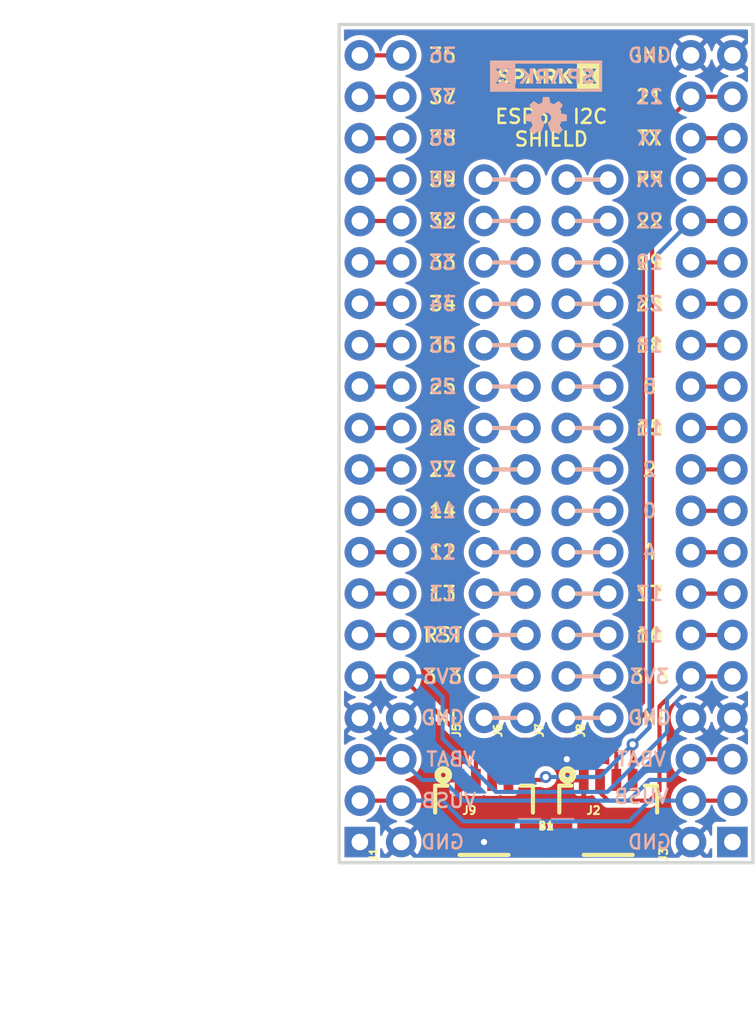
<source format=kicad_pcb>
(kicad_pcb (version 20211014) (generator pcbnew)
  (layers (0 "F.Cu" signal) (1 "In1.Cu" signal) (2 "In2.Cu" signal) (3 "In3.Cu" signal) (4 "In4.Cu" signal) (5 "In5.Cu" signal) (6 "In6.Cu" signal) (7 "In7.Cu" signal) (8 "In8.Cu" signal) (9 "In9.Cu" signal) (10 "In10.Cu" signal) (11 "In11.Cu" signal) (12 "In12.Cu" signal) (13 "In13.Cu" signal) (14 "In14.Cu" signal) (31 "B.Cu" signal) (34 "B.Paste" user) (35 "F.Paste" user) (36 "B.SilkS" user "B.Silkscreen") (37 "F.SilkS" user "F.Silkscreen") (38 "B.Mask" user) (39 "F.Mask" user) (44 "Edge.Cuts" user))
  (net 0 "")
  (net 1 "SCL")
  (net 2 "SDA")
  (net 3 "GND")
  (net 4 "3.3V")
  (net 5 "VUSB")
  (net 6 "RST")
  (net 7 "13")
  (net 8 "12")
  (net 9 "14")
  (net 10 "27")
  (net 11 "26")
  (net 12 "25")
  (net 13 "35")
  (net 14 "34")
  (net 15 "33")
  (net 16 "32")
  (net 17 "39")
  (net 18 "38")
  (net 19 "37")
  (net 20 "36")
  (net 21 "VBAT")
  (net 22 "16")
  (net 23 "17")
  (net 24 "4")
  (net 25 "0")
  (net 26 "2")
  (net 27 "15")
  (net 28 "5")
  (net 29 "SCK")
  (net 30 "MOSI")
  (net 31 "MISO")
  (net 32 "RX")
  (net 33 "TX")
  (net 34 "N$1")
  (net 35 "N$2")
  (net 36 "N$3")
  (net 37 "N$4")
  (net 38 "N$5")
  (net 39 "N$6")
  (net 40 "N$7")
  (net 41 "N$8")
  (net 42 "N$9")
  (net 43 "N$10")
  (net 44 "N$11")
  (net 45 "N$12")
  (net 46 "N$13")
  (net 47 "N$14")
  (net 48 "N$15")
  (net 49 "N$17")
  (net 50 "N$18")
  (net 51 "N$19")
  (net 52 "N$20")
  (net 53 "N$21")
  (net 54 "N$22")
  (net 55 "N$23")
  (net 56 "N$24")
  (net 57 "N$25")
  (net 58 "N$57")
  (net 59 "N$58")
  (net 60 "N$59")
  (net 61 "N$60")
  (footprint "eagleBoard:1X04_1MM_RA" (layer "F.Cu") (at 144.69735 125.6361)
    (fp_text reference "J9" (at -1.397 2.159) (layer "F.SilkS") (effects (font (size 0.48768 0.48768) (thickness 0.12192)) (justify left bottom)))
    (fp_text value "")
    (pad "1" smd rect (at -1.5 0) (size 0.6 1.35) (layers "F.Cu" "F.Paste" "F.Mask") (net 3 "GND"))
    (pad "2" smd rect (at -0.5 0) (size 0.6 1.35) (layers "F.Cu" "F.Paste" "F.Mask") (net 4 "3.3V"))
    (pad "3" smd rect (at 0.5 0) (size 0.6 1.35) (layers "F.Cu" "F.Paste" "F.Mask") (net 2 "SDA"))
    (pad "4" smd rect (at 1.5 0) (size 0.6 1.35) (layers "F.Cu" "F.Paste" "F.Mask") (net 1 "SCL"))
    (pad "NC1" smd rect (at 2.8 3.675) (size 1.2 2) (layers "F.Cu" "F.Paste" "F.Mask"))
    (pad "NC2" smd rect (at -2.8 3.675) (size 1.2 2) (layers "F.Cu" "F.Paste" "F.Mask"))
  )
  (footprint "eagleBoard:DUMMY" (layer "F.Cu") (at 128.18735 139.6061)
    (fp_text reference "FRAME1" hide)
    (fp_text value "FRAME-LETTERNO_PACKAGE" hide)
  )
  (footprint "eagleBoard:SPARKX-SMALL" (layer "F.Cu") (at 148.50735 82.4561)
    (fp_text reference "U$1" hide)
    (fp_text value "SPARKX-LOGO3" hide)
  )
  (footprint "eagleBoard:1X14_NO_SILK" (layer "F.Cu") (at 152.31735 121.8261 90)
    (fp_text reference "J8" (at -1.27 -1.397 90) (layer "F.SilkS") (effects (font (size 0.48768 0.48768) (thickness 0.12192)) (justify left bottom)))
    (fp_text value "")
    (pad "1" thru_hole circle (at 0 0 180) (size 1.8796 1.8796) (drill 1.016) (layers *.Cu *.Mask) (net 34 "N$1"))
    (pad "2" thru_hole circle (at 2.54 0 180) (size 1.8796 1.8796) (drill 1.016) (layers *.Cu *.Mask) (net 35 "N$2"))
    (pad "3" thru_hole circle (at 5.08 0 180) (size 1.8796 1.8796) (drill 1.016) (layers *.Cu *.Mask) (net 36 "N$3"))
    (pad "4" thru_hole circle (at 7.62 0 180) (size 1.8796 1.8796) (drill 1.016) (layers *.Cu *.Mask) (net 37 "N$4"))
    (pad "5" thru_hole circle (at 10.16 0 180) (size 1.8796 1.8796) (drill 1.016) (layers *.Cu *.Mask) (net 38 "N$5"))
    (pad "6" thru_hole circle (at 12.7 0 180) (size 1.8796 1.8796) (drill 1.016) (layers *.Cu *.Mask) (net 39 "N$6"))
    (pad "7" thru_hole circle (at 15.24 0 180) (size 1.8796 1.8796) (drill 1.016) (layers *.Cu *.Mask) (net 40 "N$7"))
    (pad "8" thru_hole circle (at 17.78 0 180) (size 1.8796 1.8796) (drill 1.016) (layers *.Cu *.Mask) (net 41 "N$8"))
    (pad "9" thru_hole circle (at 20.32 0 180) (size 1.8796 1.8796) (drill 1.016) (layers *.Cu *.Mask) (net 42 "N$9"))
    (pad "10" thru_hole circle (at 22.86 0 180) (size 1.8796 1.8796) (drill 1.016) (layers *.Cu *.Mask) (net 43 "N$10"))
    (pad "11" thru_hole circle (at 25.4 0 180) (size 1.8796 1.8796) (drill 1.016) (layers *.Cu *.Mask) (net 44 "N$11"))
    (pad "12" thru_hole circle (at 27.94 0 180) (size 1.8796 1.8796) (drill 1.016) (layers *.Cu *.Mask) (net 45 "N$12"))
    (pad "13" thru_hole circle (at 30.48 0 180) (size 1.8796 1.8796) (drill 1.016) (layers *.Cu *.Mask) (net 46 "N$13"))
    (pad "14" thru_hole circle (at 33.02 0 180) (size 1.8796 1.8796) (drill 1.016) (layers *.Cu *.Mask) (net 47 "N$14"))
  )
  (footprint "eagleBoard:1X20_NOSILK" (layer "F.Cu") (at 157.39735 129.4461 90)
    (fp_text reference "J3" (at -1.27 -1.397 90) (layer "F.SilkS") (effects (font (size 0.48768 0.48768) (thickness 0.12192)) (justify left bottom)))
    (fp_text value "")
    (pad "1" thru_hole circle (at 0 0 180) (size 1.8796 1.8796) (drill 1.016) (layers *.Cu *.Mask) (net 3 "GND"))
    (pad "2" thru_hole circle (at 2.54 0 180) (size 1.8796 1.8796) (drill 1.016) (layers *.Cu *.Mask) (net 5 "VUSB"))
    (pad "3" thru_hole circle (at 5.08 0 180) (size 1.8796 1.8796) (drill 1.016) (layers *.Cu *.Mask) (net 21 "VBAT"))
    (pad "4" thru_hole circle (at 7.62 0 180) (size 1.8796 1.8796) (drill 1.016) (layers *.Cu *.Mask) (net 3 "GND"))
    (pad "5" thru_hole circle (at 10.16 0 180) (size 1.8796 1.8796) (drill 1.016) (layers *.Cu *.Mask) (net 4 "3.3V"))
    (pad "6" thru_hole circle (at 12.7 0 180) (size 1.8796 1.8796) (drill 1.016) (layers *.Cu *.Mask) (net 22 "16"))
    (pad "7" thru_hole circle (at 15.24 0 180) (size 1.8796 1.8796) (drill 1.016) (layers *.Cu *.Mask) (net 23 "17"))
    (pad "8" thru_hole circle (at 17.78 0 180) (size 1.8796 1.8796) (drill 1.016) (layers *.Cu *.Mask) (net 24 "4"))
    (pad "9" thru_hole circle (at 20.32 0 180) (size 1.8796 1.8796) (drill 1.016) (layers *.Cu *.Mask) (net 25 "0"))
    (pad "10" thru_hole circle (at 22.86 0 180) (size 1.8796 1.8796) (drill 1.016) (layers *.Cu *.Mask) (net 26 "2"))
    (pad "11" thru_hole circle (at 25.4 0 180) (size 1.8796 1.8796) (drill 1.016) (layers *.Cu *.Mask) (net 27 "15"))
    (pad "12" thru_hole circle (at 27.94 0 180) (size 1.8796 1.8796) (drill 1.016) (layers *.Cu *.Mask) (net 28 "5"))
    (pad "13" thru_hole circle (at 30.48 0 180) (size 1.8796 1.8796) (drill 1.016) (layers *.Cu *.Mask) (net 29 "SCK"))
    (pad "14" thru_hole circle (at 33.02 0 180) (size 1.8796 1.8796) (drill 1.016) (layers *.Cu *.Mask) (net 30 "MOSI"))
    (pad "15" thru_hole circle (at 35.56 0 180) (size 1.8796 1.8796) (drill 1.016) (layers *.Cu *.Mask) (net 31 "MISO"))
    (pad "16" thru_hole circle (at 38.1 0 180) (size 1.8796 1.8796) (drill 1.016) (layers *.Cu *.Mask) (net 1 "SCL"))
    (pad "17" thru_hole circle (at 40.64 0 180) (size 1.8796 1.8796) (drill 1.016) (layers *.Cu *.Mask) (net 32 "RX"))
    (pad "18" thru_hole circle (at 43.18 0 180) (size 1.8796 1.8796) (drill 1.016) (layers *.Cu *.Mask) (net 33 "TX"))
    (pad "19" thru_hole circle (at 45.72 0 180) (size 1.8796 1.8796) (drill 1.016) (layers *.Cu *.Mask) (net 2 "SDA"))
    (pad "20" thru_hole circle (at 48.26 0 180) (size 1.8796 1.8796) (drill 1.016) (layers *.Cu *.Mask) (net 3 "GND"))
  )
  (footprint "eagleBoard:1X14_NO_SILK" (layer "F.Cu") (at 149.77735 121.8261 90)
    (fp_text reference "J7" (at -1.27 -1.397 90) (layer "F.SilkS") (effects (font (size 0.48768 0.48768) (thickness 0.12192)) (justify left bottom)))
    (fp_text value "")
    (pad "1" thru_hole circle (at 0 0 180) (size 1.8796 1.8796) (drill 1.016) (layers *.Cu *.Mask) (net 34 "N$1"))
    (pad "2" thru_hole circle (at 2.54 0 180) (size 1.8796 1.8796) (drill 1.016) (layers *.Cu *.Mask) (net 35 "N$2"))
    (pad "3" thru_hole circle (at 5.08 0 180) (size 1.8796 1.8796) (drill 1.016) (layers *.Cu *.Mask) (net 36 "N$3"))
    (pad "4" thru_hole circle (at 7.62 0 180) (size 1.8796 1.8796) (drill 1.016) (layers *.Cu *.Mask) (net 37 "N$4"))
    (pad "5" thru_hole circle (at 10.16 0 180) (size 1.8796 1.8796) (drill 1.016) (layers *.Cu *.Mask) (net 38 "N$5"))
    (pad "6" thru_hole circle (at 12.7 0 180) (size 1.8796 1.8796) (drill 1.016) (layers *.Cu *.Mask) (net 39 "N$6"))
    (pad "7" thru_hole circle (at 15.24 0 180) (size 1.8796 1.8796) (drill 1.016) (layers *.Cu *.Mask) (net 40 "N$7"))
    (pad "8" thru_hole circle (at 17.78 0 180) (size 1.8796 1.8796) (drill 1.016) (layers *.Cu *.Mask) (net 41 "N$8"))
    (pad "9" thru_hole circle (at 20.32 0 180) (size 1.8796 1.8796) (drill 1.016) (layers *.Cu *.Mask) (net 42 "N$9"))
    (pad "10" thru_hole circle (at 22.86 0 180) (size 1.8796 1.8796) (drill 1.016) (layers *.Cu *.Mask) (net 43 "N$10"))
    (pad "11" thru_hole circle (at 25.4 0 180) (size 1.8796 1.8796) (drill 1.016) (layers *.Cu *.Mask) (net 44 "N$11"))
    (pad "12" thru_hole circle (at 27.94 0 180) (size 1.8796 1.8796) (drill 1.016) (layers *.Cu *.Mask) (net 45 "N$12"))
    (pad "13" thru_hole circle (at 30.48 0 180) (size 1.8796 1.8796) (drill 1.016) (layers *.Cu *.Mask) (net 46 "N$13"))
    (pad "14" thru_hole circle (at 33.02 0 180) (size 1.8796 1.8796) (drill 1.016) (layers *.Cu *.Mask) (net 47 "N$14"))
  )
  (footprint "eagleBoard:1X04_1MM_RA" (layer "F.Cu") (at 152.31735 125.6361)
    (fp_text reference "J2" (at -1.397 2.159) (layer "F.SilkS") (effects (font (size 0.48768 0.48768) (thickness 0.12192)) (justify left bottom)))
    (fp_text value "")
    (pad "1" smd rect (at -1.5 0) (size 0.6 1.35) (layers "F.Cu" "F.Paste" "F.Mask") (net 3 "GND"))
    (pad "2" smd rect (at -0.5 0) (size 0.6 1.35) (layers "F.Cu" "F.Paste" "F.Mask") (net 4 "3.3V"))
    (pad "3" smd rect (at 0.5 0) (size 0.6 1.35) (layers "F.Cu" "F.Paste" "F.Mask") (net 2 "SDA"))
    (pad "4" smd rect (at 1.5 0) (size 0.6 1.35) (layers "F.Cu" "F.Paste" "F.Mask") (net 1 "SCL"))
    (pad "NC1" smd rect (at 2.8 3.675) (size 1.2 2) (layers "F.Cu" "F.Paste" "F.Mask"))
    (pad "NC2" smd rect (at -2.8 3.675) (size 1.2 2) (layers "F.Cu" "F.Paste" "F.Mask"))
  )
  (footprint "eagleBoard:1X14_NO_SILK" (layer "F.Cu") (at 147.23735 121.8261 90)
    (fp_text reference "J6" (at -1.27 -1.397 90) (layer "F.SilkS") (effects (font (size 0.48768 0.48768) (thickness 0.12192)) (justify left bottom)))
    (fp_text value "")
    (pad "1" thru_hole circle (at 0 0 180) (size 1.8796 1.8796) (drill 1.016) (layers *.Cu *.Mask) (net 48 "N$15"))
    (pad "2" thru_hole circle (at 2.54 0 180) (size 1.8796 1.8796) (drill 1.016) (layers *.Cu *.Mask) (net 49 "N$17"))
    (pad "3" thru_hole circle (at 5.08 0 180) (size 1.8796 1.8796) (drill 1.016) (layers *.Cu *.Mask) (net 50 "N$18"))
    (pad "4" thru_hole circle (at 7.62 0 180) (size 1.8796 1.8796) (drill 1.016) (layers *.Cu *.Mask) (net 51 "N$19"))
    (pad "5" thru_hole circle (at 10.16 0 180) (size 1.8796 1.8796) (drill 1.016) (layers *.Cu *.Mask) (net 52 "N$20"))
    (pad "6" thru_hole circle (at 12.7 0 180) (size 1.8796 1.8796) (drill 1.016) (layers *.Cu *.Mask) (net 53 "N$21"))
    (pad "7" thru_hole circle (at 15.24 0 180) (size 1.8796 1.8796) (drill 1.016) (layers *.Cu *.Mask) (net 54 "N$22"))
    (pad "8" thru_hole circle (at 17.78 0 180) (size 1.8796 1.8796) (drill 1.016) (layers *.Cu *.Mask) (net 55 "N$23"))
    (pad "9" thru_hole circle (at 20.32 0 180) (size 1.8796 1.8796) (drill 1.016) (layers *.Cu *.Mask) (net 56 "N$24"))
    (pad "10" thru_hole circle (at 22.86 0 180) (size 1.8796 1.8796) (drill 1.016) (layers *.Cu *.Mask) (net 57 "N$25"))
    (pad "11" thru_hole circle (at 25.4 0 180) (size 1.8796 1.8796) (drill 1.016) (layers *.Cu *.Mask) (net 58 "N$57"))
    (pad "12" thru_hole circle (at 27.94 0 180) (size 1.8796 1.8796) (drill 1.016) (layers *.Cu *.Mask) (net 59 "N$58"))
    (pad "13" thru_hole circle (at 30.48 0 180) (size 1.8796 1.8796) (drill 1.016) (layers *.Cu *.Mask) (net 60 "N$59"))
    (pad "14" thru_hole circle (at 33.02 0 180) (size 1.8796 1.8796) (drill 1.016) (layers *.Cu *.Mask) (net 61 "N$60"))
  )
  (footprint "eagleBoard:1X20_NOSILK" (layer "F.Cu") (at 139.61735 129.4461 90)
    (fp_text reference "J1" (at -1.27 -1.397 90) (layer "F.SilkS") (effects (font (size 0.48768 0.48768) (thickness 0.12192)) (justify left bottom)))
    (fp_text value "")
    (pad "1" thru_hole circle (at 0 0 180) (size 1.8796 1.8796) (drill 1.016) (layers *.Cu *.Mask) (net 3 "GND"))
    (pad "2" thru_hole circle (at 2.54 0 180) (size 1.8796 1.8796) (drill 1.016) (layers *.Cu *.Mask) (net 5 "VUSB"))
    (pad "3" thru_hole circle (at 5.08 0 180) (size 1.8796 1.8796) (drill 1.016) (layers *.Cu *.Mask) (net 21 "VBAT"))
    (pad "4" thru_hole circle (at 7.62 0 180) (size 1.8796 1.8796) (drill 1.016) (layers *.Cu *.Mask) (net 3 "GND"))
    (pad "5" thru_hole circle (at 10.16 0 180) (size 1.8796 1.8796) (drill 1.016) (layers *.Cu *.Mask) (net 4 "3.3V"))
    (pad "6" thru_hole circle (at 12.7 0 180) (size 1.8796 1.8796) (drill 1.016) (layers *.Cu *.Mask) (net 6 "RST"))
    (pad "7" thru_hole circle (at 15.24 0 180) (size 1.8796 1.8796) (drill 1.016) (layers *.Cu *.Mask) (net 7 "13"))
    (pad "8" thru_hole circle (at 17.78 0 180) (size 1.8796 1.8796) (drill 1.016) (layers *.Cu *.Mask) (net 8 "12"))
    (pad "9" thru_hole circle (at 20.32 0 180) (size 1.8796 1.8796) (drill 1.016) (layers *.Cu *.Mask) (net 9 "14"))
    (pad "10" thru_hole circle (at 22.86 0 180) (size 1.8796 1.8796) (drill 1.016) (layers *.Cu *.Mask) (net 10 "27"))
    (pad "11" thru_hole circle (at 25.4 0 180) (size 1.8796 1.8796) (drill 1.016) (layers *.Cu *.Mask) (net 11 "26"))
    (pad "12" thru_hole circle (at 27.94 0 180) (size 1.8796 1.8796) (drill 1.016) (layers *.Cu *.Mask) (net 12 "25"))
    (pad "13" thru_hole circle (at 30.48 0 180) (size 1.8796 1.8796) (drill 1.016) (layers *.Cu *.Mask) (net 13 "35"))
    (pad "14" thru_hole circle (at 33.02 0 180) (size 1.8796 1.8796) (drill 1.016) (layers *.Cu *.Mask) (net 14 "34"))
    (pad "15" thru_hole circle (at 35.56 0 180) (size 1.8796 1.8796) (drill 1.016) (layers *.Cu *.Mask) (net 15 "33"))
    (pad "16" thru_hole circle (at 38.1 0 180) (size 1.8796 1.8796) (drill 1.016) (layers *.Cu *.Mask) (net 16 "32"))
    (pad "17" thru_hole circle (at 40.64 0 180) (size 1.8796 1.8796) (drill 1.016) (layers *.Cu *.Mask) (net 17 "39"))
    (pad "18" thru_hole circle (at 43.18 0 180) (size 1.8796 1.8796) (drill 1.016) (layers *.Cu *.Mask) (net 18 "38"))
    (pad "19" thru_hole circle (at 45.72 0 180) (size 1.8796 1.8796) (drill 1.016) (layers *.Cu *.Mask) (net 19 "37"))
    (pad "20" thru_hole circle (at 48.26 0 180) (size 1.8796 1.8796) (drill 1.016) (layers *.Cu *.Mask) (net 20 "36"))
  )
  (footprint "eagleBoard:1X14_NO_SILK" (layer "F.Cu") (at 144.69735 121.8261 90)
    (fp_text reference "J5" (at -1.27 -1.397 90) (layer "F.SilkS") (effects (font (size 0.48768 0.48768) (thickness 0.12192)) (justify left bottom)))
    (fp_text value "")
    (pad "1" thru_hole circle (at 0 0 180) (size 1.8796 1.8796) (drill 1.016) (layers *.Cu *.Mask) (net 48 "N$15"))
    (pad "2" thru_hole circle (at 2.54 0 180) (size 1.8796 1.8796) (drill 1.016) (layers *.Cu *.Mask) (net 49 "N$17"))
    (pad "3" thru_hole circle (at 5.08 0 180) (size 1.8796 1.8796) (drill 1.016) (layers *.Cu *.Mask) (net 50 "N$18"))
    (pad "4" thru_hole circle (at 7.62 0 180) (size 1.8796 1.8796) (drill 1.016) (layers *.Cu *.Mask) (net 51 "N$19"))
    (pad "5" thru_hole circle (at 10.16 0 180) (size 1.8796 1.8796) (drill 1.016) (layers *.Cu *.Mask) (net 52 "N$20"))
    (pad "6" thru_hole circle (at 12.7 0 180) (size 1.8796 1.8796) (drill 1.016) (layers *.Cu *.Mask) (net 53 "N$21"))
    (pad "7" thru_hole circle (at 15.24 0 180) (size 1.8796 1.8796) (drill 1.016) (layers *.Cu *.Mask) (net 54 "N$22"))
    (pad "8" thru_hole circle (at 17.78 0 180) (size 1.8796 1.8796) (drill 1.016) (layers *.Cu *.Mask) (net 55 "N$23"))
    (pad "9" thru_hole circle (at 20.32 0 180) (size 1.8796 1.8796) (drill 1.016) (layers *.Cu *.Mask) (net 56 "N$24"))
    (pad "10" thru_hole circle (at 22.86 0 180) (size 1.8796 1.8796) (drill 1.016) (layers *.Cu *.Mask) (net 57 "N$25"))
    (pad "11" thru_hole circle (at 25.4 0 180) (size 1.8796 1.8796) (drill 1.016) (layers *.Cu *.Mask) (net 58 "N$57"))
    (pad "12" thru_hole circle (at 27.94 0 180) (size 1.8796 1.8796) (drill 1.016) (layers *.Cu *.Mask) (net 59 "N$58"))
    (pad "13" thru_hole circle (at 30.48 0 180) (size 1.8796 1.8796) (drill 1.016) (layers *.Cu *.Mask) (net 60 "N$59"))
    (pad "14" thru_hole circle (at 33.02 0 180) (size 1.8796 1.8796) (drill 1.016) (layers *.Cu *.Mask) (net 61 "N$60"))
  )
  (footprint "eagleBoard:ESP32_THING" (layer "F.Cu") (at 135.80735 130.7161)
    (fp_text reference "B1" (at 12.7 -2.54) (layer "F.SilkS") (effects (font (size 0.48768 0.48768) (thickness 0.12192)) (justify top)))
    (fp_text value "ESP32_THING")
    (pad "1" thru_hole rect (at 1.27 -1.27 180) (size 1.8796 1.8796) (drill 1.016) (layers *.Cu *.Mask) (net 3 "GND"))
    (pad "2" thru_hole circle (at 1.27 -3.81 180) (size 1.8796 1.8796) (drill 1.016) (layers *.Cu *.Mask) (net 5 "VUSB"))
    (pad "3" thru_hole circle (at 1.27 -6.35 180) (size 1.8796 1.8796) (drill 1.016) (layers *.Cu *.Mask) (net 21 "VBAT"))
    (pad "4" thru_hole circle (at 1.27 -8.89 180) (size 1.8796 1.8796) (drill 1.016) (layers *.Cu *.Mask) (net 3 "GND"))
    (pad "5" thru_hole circle (at 1.27 -11.43 180) (size 1.8796 1.8796) (drill 1.016) (layers *.Cu *.Mask) (net 4 "3.3V"))
    (pad "6" thru_hole circle (at 1.27 -13.97 180) (size 1.8796 1.8796) (drill 1.016) (layers *.Cu *.Mask) (net 6 "RST"))
    (pad "7" thru_hole circle (at 1.27 -16.51 180) (size 1.8796 1.8796) (drill 1.016) (layers *.Cu *.Mask) (net 7 "13"))
    (pad "8" thru_hole circle (at 1.27 -19.05 180) (size 1.8796 1.8796) (drill 1.016) (layers *.Cu *.Mask) (net 8 "12"))
    (pad "9" thru_hole circle (at 1.27 -21.59 180) (size 1.8796 1.8796) (drill 1.016) (layers *.Cu *.Mask) (net 9 "14"))
    (pad "10" thru_hole circle (at 1.27 -24.13 180) (size 1.8796 1.8796) (drill 1.016) (layers *.Cu *.Mask) (net 10 "27"))
    (pad "11" thru_hole circle (at 1.27 -26.67 180) (size 1.8796 1.8796) (drill 1.016) (layers *.Cu *.Mask) (net 11 "26"))
    (pad "12" thru_hole circle (at 1.27 -29.21 180) (size 1.8796 1.8796) (drill 1.016) (layers *.Cu *.Mask) (net 12 "25"))
    (pad "13" thru_hole circle (at 1.27 -31.75 180) (size 1.8796 1.8796) (drill 1.016) (layers *.Cu *.Mask) (net 13 "35"))
    (pad "14" thru_hole circle (at 1.27 -34.29 180) (size 1.8796 1.8796) (drill 1.016) (layers *.Cu *.Mask) (net 14 "34"))
    (pad "15" thru_hole circle (at 1.27 -36.83 180) (size 1.8796 1.8796) (drill 1.016) (layers *.Cu *.Mask) (net 15 "33"))
    (pad "16" thru_hole circle (at 1.27 -39.37 180) (size 1.8796 1.8796) (drill 1.016) (layers *.Cu *.Mask) (net 16 "32"))
    (pad "17" thru_hole circle (at 1.27 -41.91 180) (size 1.8796 1.8796) (drill 1.016) (layers *.Cu *.Mask) (net 17 "39"))
    (pad "18" thru_hole circle (at 1.27 -44.45 180) (size 1.8796 1.8796) (drill 1.016) (layers *.Cu *.Mask) (net 18 "38"))
    (pad "19" thru_hole circle (at 1.27 -46.99 180) (size 1.8796 1.8796) (drill 1.016) (layers *.Cu *.Mask) (net 19 "37"))
    (pad "20" thru_hole circle (at 1.27 -49.53 180) (size 1.8796 1.8796) (drill 1.016) (layers *.Cu *.Mask) (net 20 "36"))
    (pad "21" thru_hole circle (at 24.13 -49.53 180) (size 1.8796 1.8796) (drill 1.016) (layers *.Cu *.Mask) (net 3 "GND"))
    (pad "22" thru_hole circle (at 24.13 -46.99 180) (size 1.8796 1.8796) (drill 1.016) (layers *.Cu *.Mask) (net 2 "SDA"))
    (pad "23" thru_hole circle (at 24.13 -44.45 180) (size 1.8796 1.8796) (drill 1.016) (layers *.Cu *.Mask) (net 33 "TX"))
    (pad "24" thru_hole circle (at 24.13 -41.91 180) (size 1.8796 1.8796) (drill 1.016) (layers *.Cu *.Mask) (net 32 "RX"))
    (pad "25" thru_hole circle (at 24.13 -39.37 180) (size 1.8796 1.8796) (drill 1.016) (layers *.Cu *.Mask) (net 1 "SCL"))
    (pad "26" thru_hole circle (at 24.13 -36.83 180) (size 1.8796 1.8796) (drill 1.016) (layers *.Cu *.Mask) (net 31 "MISO"))
    (pad "27" thru_hole circle (at 24.13 -34.29 180) (size 1.8796 1.8796) (drill 1.016) (layers *.Cu *.Mask) (net 30 "MOSI"))
    (pad "28" thru_hole circle (at 24.13 -31.75 180) (size 1.8796 1.8796) (drill 1.016) (layers *.Cu *.Mask) (net 29 "SCK"))
    (pad "29" thru_hole circle (at 24.13 -29.21 180) (size 1.8796 1.8796) (drill 1.016) (layers *.Cu *.Mask) (net 28 "5"))
    (pad "30" thru_hole circle (at 24.13 -26.67 180) (size 1.8796 1.8796) (drill 1.016) (layers *.Cu *.Mask) (net 27 "15"))
    (pad "31" thru_hole circle (at 24.13 -24.13 180) (size 1.8796 1.8796) (drill 1.016) (layers *.Cu *.Mask) (net 26 "2"))
    (pad "32" thru_hole circle (at 24.13 -21.59 180) (size 1.8796 1.8796) (drill 1.016) (layers *.Cu *.Mask) (net 25 "0"))
    (pad "33" thru_hole circle (at 24.13 -19.05 180) (size 1.8796 1.8796) (drill 1.016) (layers *.Cu *.Mask) (net 24 "4"))
    (pad "34" thru_hole circle (at 24.13 -16.51 180) (size 1.8796 1.8796) (drill 1.016) (layers *.Cu *.Mask) (net 23 "17"))
    (pad "35" thru_hole circle (at 24.13 -13.97 180) (size 1.8796 1.8796) (drill 1.016) (layers *.Cu *.Mask) (net 22 "16"))
    (pad "36" thru_hole circle (at 24.13 -11.43 180) (size 1.8796 1.8796) (drill 1.016) (layers *.Cu *.Mask) (net 4 "3.3V"))
    (pad "37" thru_hole circle (at 24.13 -8.89 180) (size 1.8796 1.8796) (drill 1.016) (layers *.Cu *.Mask) (net 3 "GND"))
    (pad "38" thru_hole circle (at 24.13 -6.35 180) (size 1.8796 1.8796) (drill 1.016) (layers *.Cu *.Mask) (net 21 "VBAT"))
    (pad "39" thru_hole circle (at 24.13 -3.81 180) (size 1.8796 1.8796) (drill 1.016) (layers *.Cu *.Mask) (net 5 "VUSB"))
    (pad "40" thru_hole rect (at 24.13 -1.27 180) (size 1.8796 1.8796) (drill 1.016) (layers *.Cu *.Mask) (net 3 "GND"))
  )
  (footprint "eagleBoard:SPARKX-SMALL" (layer "B.Cu") (at 148.50735 82.4561 180)
    (fp_text reference "U$2" hide)
    (fp_text value "SPARKX-LOGO3" hide)
  )
  (footprint "eagleBoard:OSHW-LOGO-MINI" (layer "B.Cu") (at 148.50735 84.9961 180)
    (fp_text reference "LOGO1" hide)
    (fp_text value "OSHW-LOGOMINI" hide)
  )
  (gr_line (start 149.77735 93.8861) (end 152.31735 93.8861) (layer "B.SilkS") (width 0.254))
  (gr_line (start 152.31735 121.8261) (end 149.77735 121.8261) (layer "B.SilkS") (width 0.254))
  (gr_line (start 149.77735 119.2861) (end 152.31735 119.2861) (layer "B.SilkS") (width 0.254))
  (gr_line (start 147.23735 91.3461) (end 144.69735 91.3461) (layer "B.SilkS") (width 0.254))
  (gr_line (start 149.77735 109.1261) (end 152.31735 109.1261) (layer "B.SilkS") (width 0.254))
  (gr_line (start 152.31735 101.5061) (end 149.77735 101.5061) (layer "B.SilkS") (width 0.254))
  (gr_line (start 152.31735 96.4261) (end 149.77735 96.4261) (layer "B.SilkS") (width 0.254))
  (gr_line (start 144.69735 109.1261) (end 147.23735 109.1261) (layer "B.SilkS") (width 0.254))
  (gr_line (start 144.69735 119.2861) (end 147.23735 119.2861) (layer "B.SilkS") (width 0.254))
  (gr_line (start 147.23735 116.7461) (end 144.69735 116.7461) (layer "B.SilkS") (width 0.254))
  (gr_line (start 144.69735 93.8861) (end 147.23735 93.8861) (layer "B.SilkS") (width 0.254))
  (gr_line (start 152.31735 116.7461) (end 149.77735 116.7461) (layer "B.SilkS") (width 0.254))
  (gr_line (start 152.31735 91.3461) (end 149.77735 91.3461) (layer "B.SilkS") (width 0.254))
  (gr_line (start 147.23735 121.8261) (end 144.69735 121.8261) (layer "B.SilkS") (width 0.254))
  (gr_line (start 144.69735 114.2061) (end 147.23735 114.2061) (layer "B.SilkS") (width 0.254))
  (gr_line (start 149.77735 88.8061) (end 152.31735 88.8061) (layer "B.SilkS") (width 0.254))
  (gr_line (start 147.23735 106.5861) (end 144.69735 106.5861) (layer "B.SilkS") (width 0.254))
  (gr_line (start 152.31735 106.5861) (end 149.77735 106.5861) (layer "B.SilkS") (width 0.254))
  (gr_line (start 149.77735 98.9661) (end 152.31735 98.9661) (layer "B.SilkS") (width 0.254))
  (gr_line (start 144.69735 88.8061) (end 147.23735 88.8061) (layer "B.SilkS") (width 0.254))
  (gr_line (start 144.69735 98.9661) (end 147.23735 98.9661) (layer "B.SilkS") (width 0.254))
  (gr_line (start 147.23735 111.6661) (end 144.69735 111.6661) (layer "B.SilkS") (width 0.254))
  (gr_line (start 144.69735 104.0461) (end 147.23735 104.0461) (layer "B.SilkS") (width 0.254))
  (gr_line (start 152.31735 111.6661) (end 149.77735 111.6661) (layer "B.SilkS") (width 0.254))
  (gr_line (start 149.77735 114.2061) (end 152.31735 114.2061) (layer "B.SilkS") (width 0.254))
  (gr_line (start 147.23735 96.4261) (end 144.69735 96.4261) (layer "B.SilkS") (width 0.254))
  (gr_line (start 149.77735 104.0461) (end 152.31735 104.0461) (layer "B.SilkS") (width 0.254))
  (gr_line (start 147.23735 101.5061) (end 144.69735 101.5061) (layer "B.SilkS") (width 0.254))
  (gr_line (start 147.23735 114.2061) (end 144.69735 114.2061) (layer "F.SilkS") (width 0.254))
  (gr_line (start 149.77735 121.8261) (end 152.31735 121.8261) (layer "F.SilkS") (width 0.254))
  (gr_line (start 149.77735 93.8861) (end 152.31735 93.8861) (layer "F.SilkS") (width 0.254))
  (gr_line (start 147.23735 91.3461) (end 144.69735 91.3461) (layer "F.SilkS") (width 0.254))
  (gr_line (start 144.69735 116.7461) (end 147.23735 116.7461) (layer "F.SilkS") (width 0.254))
  (gr_line (start 152.31735 114.2061) (end 149.77735 114.2061) (layer "F.SilkS") (width 0.254))
  (gr_line (start 147.23735 96.4261) (end 144.69735 96.4261) (layer "F.SilkS") (width 0.254))
  (gr_line (start 147.23735 106.5861) (end 144.69735 106.5861) (layer "F.SilkS") (width 0.254))
  (gr_line (start 152.31735 101.5061) (end 149.77735 101.5061) (layer "F.SilkS") (width 0.254))
  (gr_line (start 152.31735 91.3461) (end 149.77735 91.3461) (layer "F.SilkS") (width 0.254))
  (gr_line (start 149.77735 111.6661) (end 152.31735 111.6661) (layer "F.SilkS") (width 0.254))
  (gr_line (start 144.69735 88.8061) (end 147.23735 88.8061) (layer "F.SilkS") (width 0.254))
  (gr_line (start 147.23735 119.2861) (end 144.69735 119.2861) (layer "F.SilkS") (width 0.254))
  (gr_line (start 152.31735 106.5861) (end 149.77735 106.5861) (layer "F.SilkS") (width 0.254))
  (gr_line (start 149.77735 116.7461) (end 152.31735 116.7461) (layer "F.SilkS") (width 0.254))
  (gr_line (start 144.69735 98.9661) (end 147.23735 98.9661) (layer "F.SilkS") (width 0.254))
  (gr_line (start 149.77735 104.0461) (end 152.31735 104.0461) (layer "F.SilkS") (width 0.254))
  (gr_line (start 144.69735 111.6661) (end 147.23735 111.6661) (layer "F.SilkS") (width 0.254))
  (gr_line (start 149.77735 109.1261) (end 152.31735 109.1261) (layer "F.SilkS") (width 0.254))
  (gr_line (start 149.77735 88.8061) (end 152.31735 88.8061) (layer "F.SilkS") (width 0.254))
  (gr_line (start 149.77735 98.9661) (end 152.31735 98.9661) (layer "F.SilkS") (width 0.254))
  (gr_line (start 144.69735 104.0461) (end 147.23735 104.0461) (layer "F.SilkS") (width 0.254))
  (gr_line (start 147.23735 101.5061) (end 144.69735 101.5061) (layer "F.SilkS") (width 0.254))
  (gr_line (start 144.69735 109.1261) (end 147.23735 109.1261) (layer "F.SilkS") (width 0.254))
  (gr_line (start 144.69735 121.8261) (end 147.23735 121.8261) (layer "F.SilkS") (width 0.254))
  (gr_line (start 152.31735 96.4261) (end 149.77735 96.4261) (layer "F.SilkS") (width 0.254))
  (gr_line (start 144.69735 93.8861) (end 147.23735 93.8861) (layer "F.SilkS") (width 0.254))
  (gr_line (start 152.31735 119.2861) (end 149.77735 119.2861) (layer "F.SilkS") (width 0.254))
  (gr_line (start 135.80735 130.7161) (end 161.19485 130.7161) (layer "Edge.Cuts") (width 0.2032))
  (gr_line (start 161.19485 130.7161) (end 161.19485 79.2911) (layer "Edge.Cuts") (width 0.2032))
  (gr_line (start 135.80735 79.2911) (end 135.80735 130.7161) (layer "Edge.Cuts") (width 0.2032))
  (gr_line (start 161.19485 79.2911) (end 135.80735 79.2911) (layer "Edge.Cuts") (width 0.2032))
  (gr_text "VBAT" (at 154.34935 124.3661) (layer "B.SilkS") (effects (font (size 0.8636 0.8636) (thickness 0.1524)) (justify mirror)))
  (gr_text "21" (at 154.85735 83.7261) (layer "B.SilkS") (effects (font (size 0.8636 0.8636) (thickness 0.1524)) (justify mirror)))
  (gr_text "4" (at 154.85735 111.6661) (layer "B.SilkS") (effects (font (size 0.8636 0.8636) (thickness 0.1524)) (justify mirror)))
  (gr_text "3V3" (at 142.15735 119.2861) (layer "B.SilkS") (effects (font (size 0.8636 0.8636) (thickness 0.1524)) (justify mirror)))
  (gr_text "3V3" (at 154.85735 119.2861) (layer "B.SilkS") (effects (font (size 0.8636 0.8636) (thickness 0.1524)) (justify mirror)))
  (gr_text "15" (at 154.85735 104.0461) (layer "B.SilkS") (effects (font (size 0.8636 0.8636) (thickness 0.1524)) (justify mirror)))
  (gr_text "13" (at 142.15735 114.2061) (layer "B.SilkS") (effects (font (size 0.8636 0.8636) (thickness 0.1524)) (justify mirror)))
  (gr_text "33" (at 142.15735 93.8861) (layer "B.SilkS") (effects (font (size 0.8636 0.8636) (thickness 0.1524)) (justify mirror)))
  (gr_text "GND" (at 154.85735 81.1861) (layer "B.SilkS") (effects (font (size 0.8636 0.8636) (thickness 0.1524)) (justify mirror)))
  (gr_text "38" (at 142.15735 86.2661) (layer "B.SilkS") (effects (font (size 0.8636 0.8636) (thickness 0.1524)) (justify mirror)))
  (gr_text "39" (at 142.15735 88.8061) (layer "B.SilkS") (effects (font (size 0.8636 0.8636) (thickness 0.1524)) (justify mirror)))
  (gr_text "16" (at 154.85735 116.7461) (layer "B.SilkS") (effects (font (size 0.8636 0.8636) (thickness 0.1524)) (justify mirror)))
  (gr_text "VUSB" (at 142.53835 126.9061) (layer "B.SilkS") (effects (font (size 0.8636 0.8636) (thickness 0.1524)) (justify mirror)))
  (gr_text "17" (at 154.85735 114.2061) (layer "B.SilkS") (effects (font (size 0.8636 0.8636) (thickness 0.1524)) (justify mirror)))
  (gr_text "25" (at 142.15735 101.5061) (layer "B.SilkS") (effects (font (size 0.8636 0.8636) (thickness 0.1524)) (justify mirror)))
  (gr_text "VUSB" (at 154.34935 126.6521) (layer "B.SilkS") (effects (font (size 0.8636 0.8636) (thickness 0.1524)) (justify mirror)))
  (gr_text "5" (at 154.85735 101.5061) (layer "B.SilkS") (effects (font (size 0.8636 0.8636) (thickness 0.1524)) (justify mirror)))
  (gr_text "12" (at 142.15735 111.6661) (layer "B.SilkS") (effects (font (size 0.8636 0.8636) (thickness 0.1524)) (justify mirror)))
  (gr_text "GND" (at 142.15735 121.8261) (layer "B.SilkS") (effects (font (size 0.8636 0.8636) (thickness 0.1524)) (justify mirror)))
  (gr_text "0" (at 154.85735 109.1261) (layer "B.SilkS") (effects (font (size 0.8636 0.8636) (thickness 0.1524)) (justify mirror)))
  (gr_text "26" (at 142.15735 104.0461) (layer "B.SilkS") (effects (font (size 0.8636 0.8636) (thickness 0.1524)) (justify mirror)))
  (gr_text "TX" (at 154.85735 86.2661) (layer "B.SilkS") (effects (font (size 0.8636 0.8636) (thickness 0.1524)) (justify mirror)))
  (gr_text "27" (at 142.15735 106.5861) (layer "B.SilkS") (effects (font (size 0.8636 0.8636) (thickness 0.1524)) (justify mirror)))
  (gr_text "GND" (at 154.85735 121.8261) (layer "B.SilkS") (effects (font (size 0.8636 0.8636) (thickness 0.1524)) (justify mirror)))
  (gr_text "VBAT" (at 142.66535 124.3661) (layer "B.SilkS") (effects (font (size 0.8636 0.8636) (thickness 0.1524)) (justify mirror)))
  (gr_text "GND" (at 154.85735 129.4461) (layer "B.SilkS") (effects (font (size 0.8636 0.8636) (thickness 0.1524)) (justify mirror)))
  (gr_text "14" (at 142.15735 109.1261) (layer "B.SilkS") (effects (font (size 0.8636 0.8636) (thickness 0.1524)) (justify mirror)))
  (gr_text "2" (at 154.85735 106.5861) (layer "B.SilkS") (effects (font (size 0.8636 0.8636) (thickness 0.1524)) (justify mirror)))
  (gr_text "23" (at 154.85735 96.4261) (layer "B.SilkS") (effects (font (size 0.8636 0.8636) (thickness 0.1524)) (justify mirror)))
  (gr_text "GND" (at 142.15735 129.4461) (layer "B.SilkS") (effects (font (size 0.8636 0.8636) (thickness 0.1524)) (justify mirror)))
  (gr_text "22" (at 154.85735 91.3461) (layer "B.SilkS") (effects (font (size 0.8636 0.8636) (thickness 0.1524)) (justify mirror)))
  (gr_text "RX" (at 154.85735 88.8061) (layer "B.SilkS") (effects (font (size 0.8636 0.8636) (thickness 0.1524)) (justify mirror)))
  (gr_text "36" (at 142.15735 81.1861) (layer "B.SilkS") (effects (font (size 0.8636 0.8636) (thickness 0.1524)) (justify mirror)))
  (gr_text "18" (at 154.85735 98.9661) (layer "B.SilkS") (effects (font (size 0.8636 0.8636) (thickness 0.1524)) (justify mirror)))
  (gr_text "35" (at 142.15735 98.9661) (layer "B.SilkS") (effects (font (size 0.8636 0.8636) (thickness 0.1524)) (justify mirror)))
  (gr_text "32" (at 142.15735 91.3461) (layer "B.SilkS") (effects (font (size 0.8636 0.8636) (thickness 0.1524)) (justify mirror)))
  (gr_text "37" (at 142.15735 83.7261) (layer "B.SilkS") (effects (font (size 0.8636 0.8636) (thickness 0.1524)) (justify mirror)))
  (gr_text "34" (at 142.15735 96.4261) (layer "B.SilkS") (effects (font (size 0.8636 0.8636) (thickness 0.1524)) (justify mirror)))
  (gr_text "RST" (at 142.15735 116.7461) (layer "B.SilkS") (effects (font (size 0.8636 0.8636) (thickness 0.1524)) (justify mirror)))
  (gr_text "19" (at 154.85735 93.8861) (layer "B.SilkS") (effects (font (size 0.8636 0.8636) (thickness 0.1524)) (justify mirror)))
  (gr_text "22" (at 154.85735 91.3461) (layer "F.SilkS") (effects (font (size 0.8636 0.8636) (thickness 0.1524))))
  (gr_text "TX" (at 154.85735 86.2661) (layer "F.SilkS") (effects (font (size 0.8636 0.8636) (thickness 0.1524))))
  (gr_text "39" (at 142.15735 88.8061) (layer "F.SilkS") (effects (font (size 0.8636 0.8636) (thickness 0.1524))))
  (gr_text "38" (at 142.15735 86.2661) (layer "F.SilkS") (effects (font (size 0.8636 0.8636) (thickness 0.1524))))
  (gr_text "23" (at 154.85735 96.4261) (layer "F.SilkS") (effects (font (size 0.8636 0.8636) (thickness 0.1524))))
  (gr_text "ESP32 I2C\nSHIELD" (at 148.82485 85.6311) (layer "F.SilkS") (effects (font (size 0.8636 0.8636) (thickness 0.1524))))
  (gr_text "32" (at 142.15735 91.3461) (layer "F.SilkS") (effects (font (size 0.8636 0.8636) (thickness 0.1524))))
  (gr_text "3V3" (at 142.15735 119.2861) (layer "F.SilkS") (effects (font (size 0.8636 0.8636) (thickness 0.1524))))
  (gr_text "14" (at 142.15735 109.1261) (layer "F.SilkS") (effects (font (size 0.8636 0.8636) (thickness 0.1524))))
  (gr_text "37" (at 142.15735 83.7261) (layer "F.SilkS") (effects (font (size 0.8636 0.8636) (thickness 0.1524))))
  (gr_text "5" (at 154.85735 101.5061) (layer "F.SilkS") (effects (font (size 0.8636 0.8636) (thickness 0.1524))))
  (gr_text "3V3" (at 154.85735 119.2861) (layer "F.SilkS") (effects (font (size 0.8636 0.8636) (thickness 0.1524))))
  (gr_text "GND" (at 154.85735 81.1861) (layer "F.SilkS") (effects (font (size 0.8636 0.8636) (thickness 0.1524))))
  (gr_text "RX" (at 154.85735 88.8061) (layer "F.SilkS") (effects (font (size 0.8636 0.8636) (thickness 0.1524))))
  (gr_text "21" (at 154.85735 83.7261) (layer "F.SilkS") (effects (font (size 0.8636 0.8636) (thickness 0.1524))))
  (gr_text "26" (at 142.15735 104.0461) (layer "F.SilkS") (effects (font (size 0.8636 0.8636) (thickness 0.1524))))
  (gr_text "25" (at 142.15735 101.5061) (layer "F.SilkS") (effects (font (size 0.8636 0.8636) (thickness 0.1524))))
  (gr_text "27" (at 142.15735 106.5861) (layer "F.SilkS") (effects (font (size 0.8636 0.8636) (thickness 0.1524))))
  (gr_text "36" (at 142.15735 81.1861) (layer "F.SilkS") (effects (font (size 0.8636 0.8636) (thickness 0.1524))))
  (gr_text "17" (at 154.85735 114.2061) (layer "F.SilkS") (effects (font (size 0.8636 0.8636) (thickness 0.1524))))
  (gr_text "13" (at 142.15735 114.2061) (layer "F.SilkS") (effects (font (size 0.8636 0.8636) (thickness 0.1524))))
  (gr_text "GND" (at 142.15735 121.8261) (layer "F.SilkS") (effects (font (size 0.8636 0.8636) (thickness 0.1524))))
  (gr_text "33" (at 142.15735 93.8861) (layer "F.SilkS") (effects (font (size 0.8636 0.8636) (thickness 0.1524))))
  (gr_text "19" (at 154.85735 93.8861) (layer "F.SilkS") (effects (font (size 0.8636 0.8636) (thickness 0.1524))))
  (gr_text "16" (at 154.85735 116.7461) (layer "F.SilkS") (effects (font (size 0.8636 0.8636) (thickness 0.1524))))
  (gr_text "34" (at 142.15735 96.4261) (layer "F.SilkS") (effects (font (size 0.8636 0.8636) (thickness 0.1524))))
  (gr_text "12" (at 142.15735 111.6661) (layer "F.SilkS") (effects (font (size 0.8636 0.8636) (thickness 0.1524))))
  (gr_text "18" (at 154.85735 98.9661) (layer "F.SilkS") (effects (font (size 0.8636 0.8636) (thickness 0.1524))))
  (gr_text "4" (at 154.85735 111.6661) (layer "F.SilkS") (effects (font (size 0.8636 0.8636) (thickness 0.1524))))
  (gr_text "RST" (at 142.15735 116.7461) (layer "F.SilkS") (effects (font (size 0.8636 0.8636) (thickness 0.1524))))
  (gr_text "GND" (at 154.85735 121.8261) (layer "F.SilkS") (effects (font (size 0.8636 0.8636) (thickness 0.1524))))
  (gr_text "15" (at 154.85735 104.0461) (layer "F.SilkS") (effects (font (size 0.8636 0.8636) (thickness 0.1524))))
  (gr_text "0" (at 154.85735 109.1261) (layer "F.SilkS") (effects (font (size 0.8636 0.8636) (thickness 0.1524))))
  (gr_text "2" (at 154.85735 106.5861) (layer "F.SilkS") (effects (font (size 0.8636 0.8636) (thickness 0.1524))))
  (gr_text "35" (at 142.15735 98.9661) (layer "F.SilkS") (effects (font (size 0.8636 0.8636) (thickness 0.1524))))
  (segment (start 159.93735 91.3461) (end 157.39735 91.3461) (width 0.254) (layer "F.Cu") (net 1))
  (segment (start 153.81735 125.6361) (end 153.81735 124.7231) (width 0.254) (layer "F.Cu") (net 1))
  (segment (start 146.19735 125.6361) (end 148.30415 125.6361) (width 0.254) (layer "F.Cu") (net 1))
  (segment (start 153.81595 125.6347) (end 153.81735 125.6361) (width 0.254) (layer "F.Cu") (net 1))
  (segment (start 153.81595 123.4517) (end 153.81595 125.6347) (width 0.254) (layer "F.Cu") (net 1))
  (segment (start 148.30415 125.6361) (end 148.48195 125.4583) (width 0.254) (layer "F.Cu") (net 1))
  (via (at 153.81595 123.4517) (size 0.7366) (drill 0.381) (layers "F.Cu" "B.Cu") (net 1))
  (via (at 148.48195 125.4583) (size 0.7366) (drill 0.381) (layers "F.Cu" "B.Cu") (net 1))
  (segment (start 153.81595 123.4517) (end 154.85735 122.4103) (width 0.254) (layer "B.Cu") (net 1))
  (segment (start 154.85735 122.4103) (end 154.85735 93.8861) (width 0.254) (layer "B.Cu") (net 1))
  (segment (start 153.81595 123.4517) (end 151.80935 125.4583) (width 0.254) (layer "B.Cu") (net 1))
  (segment (start 154.85735 93.8861) (end 157.39735 91.3461) (width 0.254) (layer "B.Cu") (net 1))
  (segment (start 151.80935 125.4583) (end 148.48195 125.4583) (width 0.254) (layer "B.Cu") (net 1))
  (segment (start 155.00975 86.1391) (end 155.00975 121.1149) (width 0.254) (layer "F.Cu") (net 2))
  (segment (start 152.81735 125.6361) (end 152.81735 123.1803) (width 0.254) (layer "F.Cu") (net 2))
  (segment (start 152.81735 123.1803) (end 152.82535 123.1723) (width 0.254) (layer "F.Cu") (net 2))
  (segment (start 155.00975 121.1149) (end 152.95235 123.1723) (width 0.254) (layer "F.Cu") (net 2))
  (segment (start 145.19735 125.6361) (end 145.19735 124.6027) (width 0.254) (layer "F.Cu") (net 2))
  (segment (start 152.82535 123.1723) (end 146.62775 123.1723) (width 0.254) (layer "F.Cu") (net 2))
  (segment (start 146.62775 123.1723) (end 145.19735 124.6027) (width 0.254) (layer "F.Cu") (net 2))
  (segment (start 159.93735 83.7261) (end 157.39735 83.7261) (width 0.254) (layer "F.Cu") (net 2))
  (segment (start 157.39735 83.7515) (end 155.00975 86.1391) (width 0.254) (layer "F.Cu") (net 2))
  (segment (start 157.39735 83.7261) (end 157.39735 83.7515) (width 0.254) (layer "F.Cu") (net 2))
  (segment (start 152.95235 123.1723) (end 152.82535 123.1723) (width 0.254) (layer "F.Cu") (net 2))
  (via (at 144.69735 129.4461) (size 0.7366) (drill 0.381) (layers "F.Cu" "B.Cu") (net 3))
  (via (at 149.77735 124.3661) (size 0.7366) (drill 0.381) (layers "F.Cu" "B.Cu") (net 3))
  (segment (start 151.81735 125.6361) (end 151.81735 126.4061) (width 0.254) (layer "F.Cu") (net 4))
  (segment (start 155.46695 121.1149) (end 155.46695 126.2965) (width 0.254) (layer "F.Cu") (net 4))
  (segment (start 157.39735 119.2861) (end 159.93735 119.2861) (width 0.254) (layer "F.Cu") (net 4))
  (segment (start 144.19735 123.8661) (end 139.61735 119.2861) (width 0.254) (layer "F.Cu") (net 4))
  (segment (start 139.61735 119.2861) (end 137.07735 119.2861) (width 0.254) (layer "F.Cu") (net 4))
  (segment (start 157.29575 119.2861) (end 155.46695 121.1149) (width 0.254) (layer "F.Cu") (net 4))
  (segment (start 155.46695 126.2965) (end 154.85735 126.9061) (width 0.254) (layer "F.Cu") (net 4))
  (segment (start 157.29575 119.2861) (end 157.39735 119.2861) (width 0.254) (layer "F.Cu") (net 4))
  (segment (start 151.81735 126.4061) (end 152.31735 126.9061) (width 0.254) (layer "F.Cu") (net 4))
  (segment (start 154.85735 126.9061) (end 152.31735 126.9061) (width 0.254) (layer "F.Cu") (net 4))
  (segment (start 144.19735 125.6361) (end 144.19735 123.8661) (width 0.254) (layer "F.Cu") (net 4))
  (segment (start 140.88735 119.2861) (end 139.61735 119.2861) (width 0.254) (layer "B.Cu") (net 4))
  (segment (start 142.15735 120.5561) (end 140.88735 119.2861) (width 0.254) (layer "B.Cu") (net 4))
  (segment (start 145.43395 126.3727) (end 142.15735 123.0961) (width 0.254) (layer "B.Cu") (net 4))
  (segment (start 152.26655 126.3727) (end 145.43395 126.3727) (width 0.254) (layer "B.Cu") (net 4))
  (segment (start 155.92415 122.7151) (end 152.26655 126.3727) (width 0.254) (layer "B.Cu") (net 4))
  (segment (start 157.29575 119.2861) (end 155.92415 120.6577) (width 0.254) (layer "B.Cu") (net 4))
  (segment (start 142.15735 123.0961) (end 142.15735 120.5561) (width 0.254) (layer "B.Cu") (net 4))
  (segment (start 157.29575 119.2861) (end 157.39735 119.2861) (width 0.254) (layer "B.Cu") (net 4))
  (segment (start 155.92415 120.6577) (end 155.92415 122.7151) (width 0.254) (layer "B.Cu") (net 4))
  (segment (start 137.07735 126.9061) (end 139.61735 126.9061) (width 0.254) (layer "F.Cu") (net 5))
  (segment (start 159.93735 126.9061) (end 157.39735 126.9061) (width 0.254) (layer "F.Cu") (net 5))
  (segment (start 154.85735 126.9061) (end 157.39735 126.9061) (width 0.254) (layer "B.Cu") (net 5))
  (segment (start 143.42735 128.1761) (end 153.58735 128.1761) (width 0.254) (layer "B.Cu") (net 5))
  (segment (start 153.58735 128.1761) (end 154.85735 126.9061) (width 0.254) (layer "B.Cu") (net 5))
  (segment (start 142.15735 126.9061) (end 143.42735 128.1761) (width 0.254) (layer "B.Cu") (net 5))
  (segment (start 139.61735 126.9061) (end 142.15735 126.9061) (width 0.254) (layer "B.Cu") (net 5))
  (segment (start 137.07735 116.7461) (end 139.61735 116.7461) (width 0.254) (layer "F.Cu") (net 6))
  (segment (start 137.07735 114.2061) (end 139.61735 114.2061) (width 0.254) (layer "F.Cu") (net 7))
  (segment (start 137.07735 111.6661) (end 139.61735 111.6661) (width 0.254) (layer "F.Cu") (net 8))
  (segment (start 137.07735 109.1261) (end 139.61735 109.1261) (width 0.254) (layer "F.Cu") (net 9))
  (segment (start 137.07735 106.5861) (end 139.61735 106.5861) (width 0.254) (layer "F.Cu") (net 10))
  (segment (start 137.07735 104.0461) (end 139.61735 104.0461) (width 0.254) (layer "F.Cu") (net 11))
  (segment (start 137.07735 101.5061) (end 139.61735 101.5061) (width 0.254) (layer "F.Cu") (net 12))
  (segment (start 137.07735 98.9661) (end 139.61735 98.9661) (width 0.254) (layer "F.Cu") (net 13))
  (segment (start 139.61735 96.4261) (end 137.07735 96.4261) (width 0.254) (layer "F.Cu") (net 14))
  (segment (start 137.07735 93.8861) (end 139.61735 93.8861) (width 0.254) (layer "F.Cu") (net 15))
  (segment (start 137.07735 91.3461) (end 139.61735 91.3461) (width 0.254) (layer "F.Cu") (net 16))
  (segment (start 137.07735 88.8061) (end 139.61735 88.8061) (width 0.254) (layer "F.Cu") (net 17))
  (segment (start 137.07735 86.2661) (end 139.61735 86.2661) (width 0.254) (layer "F.Cu") (net 18))
  (segment (start 137.07735 83.7261) (end 139.61735 83.7261) (width 0.254) (layer "F.Cu") (net 19))
  (segment (start 137.07735 81.1861) (end 139.61735 81.1861) (width 0.254) (layer "F.Cu") (net 20))
  (segment (start 137.07735 124.3661) (end 139.61735 124.3661) (width 0.254) (layer "F.Cu") (net 21))
  (segment (start 157.39735 124.3661) (end 159.93735 124.3661) (width 0.254) (layer "F.Cu") (net 21))
  (segment (start 142.15735 125.6361) (end 143.42735 126.9061) (width 0.254) (layer "B.Cu") (net 21))
  (segment (start 139.61735 124.3661) (end 140.88735 125.6361) (width 0.254) (layer "B.Cu") (net 21))
  (segment (start 140.88735 125.6361) (end 142.15735 125.6361) (width 0.254) (layer "B.Cu") (net 21))
  (segment (start 153.58735 126.9061) (end 154.85735 125.6361) (width 0.254) (layer "B.Cu") (net 21))
  (segment (start 154.85735 125.6361) (end 156.12735 125.6361) (width 0.254) (layer "B.Cu") (net 21))
  (segment (start 143.42735 126.9061) (end 153.58735 126.9061) (width 0.254) (layer "B.Cu") (net 21))
  (segment (start 156.12735 125.6361) (end 157.39735 124.3661) (width 0.254) (layer "B.Cu") (net 21))
  (segment (start 159.93735 116.7461) (end 157.39735 116.7461) (width 0.254) (layer "F.Cu") (net 22))
  (segment (start 157.39735 114.2061) (end 159.93735 114.2061) (width 0.254) (layer "F.Cu") (net 23))
  (segment (start 159.93735 111.6661) (end 157.39735 111.6661) (width 0.254) (layer "F.Cu") (net 24))
  (segment (start 157.39735 109.1261) (end 159.93735 109.1261) (width 0.254) (layer "F.Cu") (net 25))
  (segment (start 159.93735 106.5861) (end 157.39735 106.5861) (width 0.254) (layer "F.Cu") (net 26))
  (segment (start 157.39735 104.0461) (end 159.93735 104.0461) (width 0.254) (layer "F.Cu") (net 27))
  (segment (start 159.93735 101.5061) (end 157.39735 101.5061) (width 0.254) (layer "F.Cu") (net 28))
  (segment (start 157.39735 98.9661) (end 159.93735 98.9661) (width 0.254) (layer "F.Cu") (net 29))
  (segment (start 159.93735 96.4261) (end 157.39735 96.4261) (width 0.254) (layer "F.Cu") (net 30))
  (segment (start 157.39735 93.8861) (end 159.93735 93.8861) (width 0.254) (layer "F.Cu") (net 31))
  (segment (start 157.39735 88.8061) (end 159.93735 88.8061) (width 0.254) (layer "F.Cu") (net 32))
  (segment (start 159.93735 86.2661) (end 157.39735 86.2661) (width 0.254) (layer "F.Cu") (net 33))
  (segment (start 149.77735 121.8261) (end 152.31735 121.8261) (width 0.254) (layer "F.Cu") (net 34))
  (segment (start 152.31735 119.2861) (end 149.77735 119.2861) (width 0.254) (layer "F.Cu") (net 35))
  (segment (start 149.77735 116.7461) (end 152.31735 116.7461) (width 0.254) (layer "F.Cu") (net 36))
  (segment (start 149.77735 114.2061) (end 152.31735 114.2061) (width 0.254) (layer "F.Cu") (net 37))
  (segment (start 149.77735 111.6661) (end 152.31735 111.6661) (width 0.254) (layer "F.Cu") (net 38))
  (segment (start 149.77735 109.1261) (end 152.31735 109.1261) (width 0.254) (layer "F.Cu") (net 39))
  (segment (start 149.77735 106.5861) (end 152.31735 106.5861) (width 0.254) (layer "F.Cu") (net 40))
  (segment (start 149.77735 104.0461) (end 152.31735 104.0461) (width 0.254) (layer "F.Cu") (net 41))
  (segment (start 149.77735 101.5061) (end 152.31735 101.5061) (width 0.254) (layer "F.Cu") (net 42))
  (segment (start 149.77735 98.9661) (end 152.31735 98.9661) (width 0.254) (layer "F.Cu") (net 43))
  (segment (start 152.31735 96.4261) (end 149.77735 96.4261) (width 0.254) (layer "F.Cu") (net 44))
  (segment (start 149.77735 93.8861) (end 152.31735 93.8861) (width 0.254) (layer "F.Cu") (net 45))
  (segment (start 149.77735 91.3461) (end 152.31735 91.3461) (width 0.254) (layer "F.Cu") (net 46))
  (segment (start 149.77735 88.8061) (end 152.31735 88.8061) (width 0.254) (layer "F.Cu") (net 47))
  (segment (start 144.69735 121.8261) (end 147.23735 121.8261) (width 0.254) (layer "F.Cu") (net 48))
  (segment (start 147.23735 119.2861) (end 144.69735 119.2861) (width 0.254) (layer "F.Cu") (net 49))
  (segment (start 144.69735 116.7461) (end 147.23735 116.7461) (width 0.254) (layer "F.Cu") (net 50))
  (segment (start 147.23735 114.2061) (end 144.69735 114.2061) (width 0.254) (layer "F.Cu") (net 51))
  (segment (start 144.69735 111.6661) (end 147.23735 111.6661) (width 0.254) (layer "F.Cu") (net 52))
  (segment (start 144.69735 109.1261) (end 147.23735 109.1261) (width 0.254) (layer "F.Cu") (net 53))
  (segment (start 144.69735 106.5861) (end 147.23735 106.5861) (width 0.254) (layer "F.Cu") (net 54))
  (segment (start 144.69735 104.0461) (end 147.23735 104.0461) (width 0.254) (layer "F.Cu") (net 55))
  (segment (start 144.69735 101.5061) (end 147.23735 101.5061) (width 0.254) (layer "F.Cu") (net 56))
  (segment (start 144.69735 98.9661) (end 147.23735 98.9661) (width 0.254) (layer "F.Cu") (net 57))
  (segment (start 147.23735 96.4261) (end 144.69735 96.4261) (width 0.254) (layer "F.Cu") (net 58))
  (segment (start 144.69735 93.8861) (end 147.23735 93.8861) (width 0.254) (layer "F.Cu") (net 59))
  (segment (start 144.69735 91.3461) (end 147.23735 91.3461) (width 0.254) (layer "F.Cu") (net 60))
  (segment (start 144.69735 88.8061) (end 147.23735 88.8061) (width 0.254) (layer "F.Cu") (net 61))
  (zone (net 3) (net_name "GND") (layer "F.Cu") (priority 6) (connect_pads (clearance 0.3048)) (min_thickness 0.127) (fill yes (thermal_gap 0.304) (thermal_bridge_width 0.304))
    (polygon (pts (xy 161.33435 130.8431) (xy 135.68035 130.8431) (xy 135.68035 79.1541) (xy 161.33435 79.1541)))
  )
  (zone (net 3) (net_name "GND") (layer "B.Cu") (priority 6) (connect_pads (clearance 0.3048)) (min_thickness 0.127) (fill yes (thermal_gap 0.304) (thermal_bridge_width 0.304))
    (polygon (pts (xy 161.33435 130.8431) (xy 135.68035 130.8431) (xy 135.68035 79.1541) (xy 161.33435 79.1541)))
  )
)
</source>
